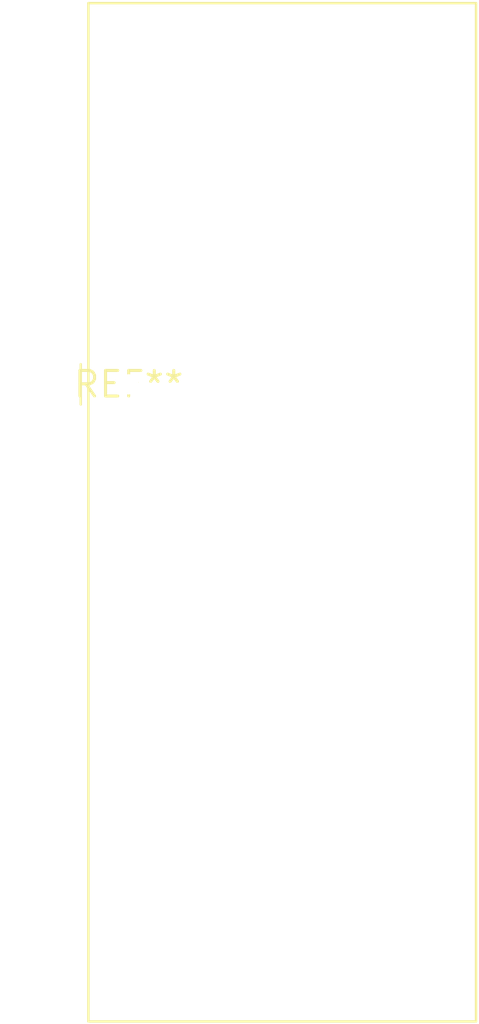
<source format=kicad_pcb>
(kicad_pcb (version 20240108) (generator pcbnew)
  (layers (0 "F.Cu" signal) (31 "B.Cu" signal) (34 "B.Paste" user) (35 "F.Paste" user) (36 "B.SilkS" user "B.Silkscreen") (37 "F.SilkS" user "F.Silkscreen") (38 "B.Mask" user) (39 "F.Mask" user) (44 "Edge.Cuts" user))
  (net 0 "")
  (footprint "CC56-12YWA" (layer "F.Cu") (at 0 0)
    (property "Reference" "REF**")
    (property "Value" "CC56-12YWA")
    (fp_line (start -2.38 -1) (end -2.38 1) (layer "F.SilkS") (stroke (width 0.12)))
    (fp_line (start -2 -18.92) (end -2 31.62) (layer "F.SilkS") (stroke (width 0.12)))
    (fp_line (start -2 -18.92) (end 17.24 -18.92) (layer "F.SilkS") (stroke (width 0.12)))
    (fp_line (start -2 31.62) (end 17.24 31.62) (layer "F.SilkS") (stroke (width 0.12)))
    (fp_line (start 17.24 31.62) (end 17.24 -18.92) (layer "F.SilkS") (stroke (width 0.12)))
    (pad "1" thru_hole rect (at 0 0) (size 1.5 1.5) (drill 1) (layers *.Cu *.Mask) (remove_unused_layers))
    (pad "2" thru_hole circle (at 0 2.54) (size 1.5 1.5) (drill 1) (layers *.Cu *.Mask) (remove_unused_layers))
    (pad "3" thru_hole circle (at 0 5.08) (size 1.5 1.5) (drill 1) (layers *.Cu *.Mask) (remove_unused_layers))
    (pad "4" thru_hole circle (at 0 7.62) (size 1.5 1.5) (drill 1) (layers *.Cu *.Mask) (remove_unused_layers))
    (pad "5" thru_hole circle (at 0 10.16) (size 1.5 1.5) (drill 1) (layers *.Cu *.Mask) (remove_unused_layers))
    (pad "6" thru_hole circle (at 0 12.7) (size 1.5 1.5) (drill 1) (layers *.Cu *.Mask) (remove_unused_layers))
    (pad "7" thru_hole circle (at 15.24 12.7) (size 1.5 1.5) (drill 1) (layers *.Cu *.Mask) (remove_unused_layers))
    (pad "8" thru_hole circle (at 15.24 10.16) (size 1.5 1.5) (drill 1) (layers *.Cu *.Mask) (remove_unused_layers))
    (pad "9" thru_hole circle (at 15.24 7.62) (size 1.5 1.5) (drill 1) (layers *.Cu *.Mask) (remove_unused_layers))
    (pad "10" thru_hole circle (at 15.24 5.08) (size 1.5 1.5) (drill 1) (layers *.Cu *.Mask) (remove_unused_layers))
    (pad "11" thru_hole circle (at 15.24 2.54) (size 1.5 1.5) (drill 1) (layers *.Cu *.Mask) (remove_unused_layers))
    (pad "12" thru_hole circle (at 15.24 0) (size 1.5 1.5) (drill 1) (layers *.Cu *.Mask) (remove_unused_layers))
  )
)
</source>
